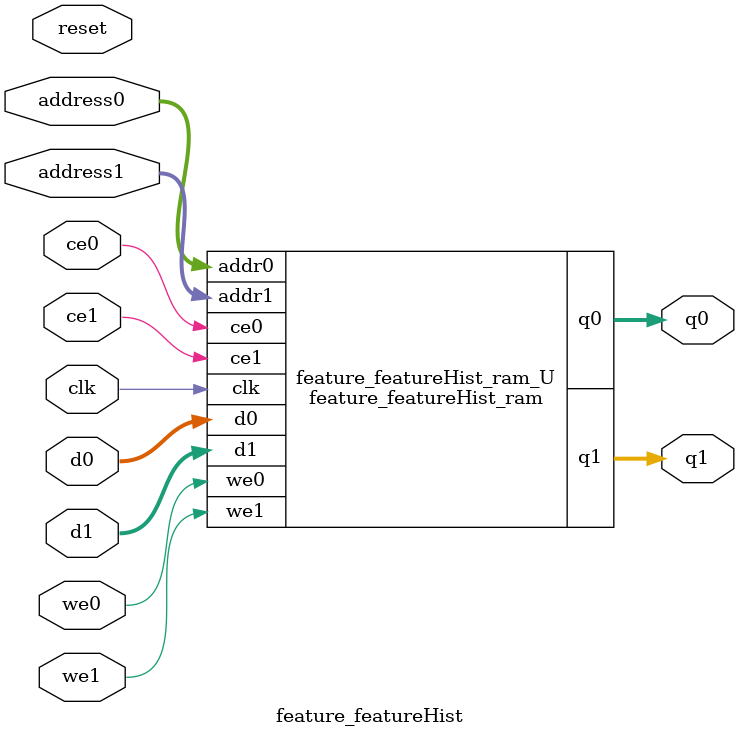
<source format=v>

`timescale 1 ns / 1 ps
module feature_featureHist_ram (addr0, ce0, d0, we0, q0, addr1, ce1, d1, we1, q1,  clk);

parameter DWIDTH = 16;
parameter AWIDTH = 13;
parameter MEM_SIZE = 5120;

input[AWIDTH-1:0] addr0;
input ce0;
input[DWIDTH-1:0] d0;
input we0;
output reg[DWIDTH-1:0] q0;
input[AWIDTH-1:0] addr1;
input ce1;
input[DWIDTH-1:0] d1;
input we1;
output reg[DWIDTH-1:0] q1;
input clk;

(* ram_style = "block" *)reg [DWIDTH-1:0] ram[MEM_SIZE-1:0];




always @(posedge clk)  
begin 
    if (ce0) 
    begin
        if (we0) 
        begin 
            ram[addr0] <= d0; 
            q0 <= d0;
        end 
        else 
            q0 <= ram[addr0];
    end
end


always @(posedge clk)  
begin 
    if (ce1) 
    begin
        if (we1) 
        begin 
            ram[addr1] <= d1; 
            q1 <= d1;
        end 
        else 
            q1 <= ram[addr1];
    end
end


endmodule


`timescale 1 ns / 1 ps
module feature_featureHist(
    reset,
    clk,
    address0,
    ce0,
    we0,
    d0,
    q0,
    address1,
    ce1,
    we1,
    d1,
    q1);

parameter DataWidth = 32'd16;
parameter AddressRange = 32'd5120;
parameter AddressWidth = 32'd13;
input reset;
input clk;
input[AddressWidth - 1:0] address0;
input ce0;
input we0;
input[DataWidth - 1:0] d0;
output[DataWidth - 1:0] q0;
input[AddressWidth - 1:0] address1;
input ce1;
input we1;
input[DataWidth - 1:0] d1;
output[DataWidth - 1:0] q1;



feature_featureHist_ram feature_featureHist_ram_U(
    .clk( clk ),
    .addr0( address0 ),
    .ce0( ce0 ),
    .d0( d0 ),
    .we0( we0 ),
    .q0( q0 ),
    .addr1( address1 ),
    .ce1( ce1 ),
    .d1( d1 ),
    .we1( we1 ),
    .q1( q1 ));

endmodule


</source>
